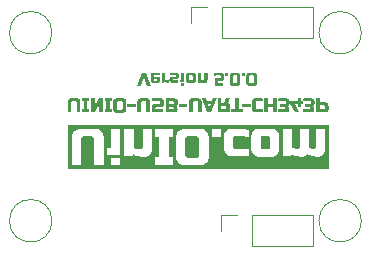
<source format=gbo>
%TF.GenerationSoftware,KiCad,Pcbnew,8.0.7-5-g6f92c4cccf*%
%TF.CreationDate,2025-01-08T11:04:30+08:00*%
%TF.ProjectId,UINIO-USB-UART-CH343,55494e49-4f2d-4555-9342-2d554152542d,Version 5.0.0*%
%TF.SameCoordinates,PX8be9df0PY5020b20*%
%TF.FileFunction,Legend,Bot*%
%TF.FilePolarity,Positive*%
%FSLAX46Y46*%
G04 Gerber Fmt 4.6, Leading zero omitted, Abs format (unit mm)*
G04 Created by KiCad (PCBNEW 8.0.7-5-g6f92c4cccf) date 2025-01-08 11:04:30*
%MOMM*%
%LPD*%
G01*
G04 APERTURE LIST*
%ADD10C,0.160000*%
%ADD11C,0.125000*%
%ADD12C,0.100000*%
%ADD13C,0.120000*%
%ADD14R,1.700000X1.700000*%
%ADD15O,1.700000X1.700000*%
%ADD16C,2.200000*%
%ADD17C,0.650000*%
%ADD18O,2.100000X1.000000*%
%ADD19O,1.900000X1.000000*%
G04 APERTURE END LIST*
D10*
G36*
X13841449Y-10993559D02*
G01*
X13918965Y-11131299D01*
X13922560Y-11185052D01*
X13922560Y-12536203D01*
X13884589Y-12684695D01*
X13758766Y-12759948D01*
X13692484Y-12765547D01*
X12975142Y-12765547D01*
X12826177Y-12727697D01*
X12748661Y-12589956D01*
X12745066Y-12536203D01*
X12745066Y-11185052D01*
X12783037Y-11036561D01*
X12908861Y-10961307D01*
X12975142Y-10955708D01*
X13692484Y-10955708D01*
X13841449Y-10993559D01*
G37*
G36*
X19890388Y-11003032D02*
G01*
X19904556Y-11079539D01*
X19904556Y-11923642D01*
X19835983Y-12055216D01*
X19759476Y-12069455D01*
X19253161Y-12069455D01*
X19121587Y-12000536D01*
X19107348Y-11923642D01*
X19107348Y-11079539D01*
X19176267Y-10948627D01*
X19253161Y-10934459D01*
X19759476Y-10934459D01*
X19890388Y-11003032D01*
G37*
G36*
X24912697Y-13737087D02*
G01*
X2794671Y-13737087D01*
X2794671Y-13403754D01*
X6423084Y-13403754D01*
X7208569Y-13403754D01*
X7208569Y-12765547D01*
X6423084Y-12765547D01*
X6423084Y-13403754D01*
X2794671Y-13403754D01*
X2794671Y-11185052D01*
X3128004Y-11185052D01*
X3128004Y-13361256D01*
X3934005Y-13361256D01*
X3934005Y-11185052D01*
X3971977Y-11036561D01*
X4097800Y-10961307D01*
X4164082Y-10955708D01*
X4797159Y-10955708D01*
X4946125Y-10993559D01*
X5023641Y-11131299D01*
X5027236Y-11185052D01*
X5027236Y-13361256D01*
X5833237Y-13361256D01*
X5833237Y-12643914D01*
X7575666Y-12643914D01*
X8272491Y-12643914D01*
X8311325Y-12448276D01*
X8446033Y-12525796D01*
X8591869Y-12589097D01*
X8695275Y-12623398D01*
X8845473Y-12661351D01*
X8997523Y-12683490D01*
X9055045Y-12685680D01*
X9244821Y-12685680D01*
X9402473Y-12671422D01*
X9555888Y-12622134D01*
X9686405Y-12537642D01*
X9721095Y-12505429D01*
X9816149Y-12381781D01*
X9875998Y-12235235D01*
X9899762Y-12083766D01*
X9901346Y-12029155D01*
X9901346Y-10997473D01*
X10135087Y-10997473D01*
X10514640Y-10997473D01*
X10514640Y-12723782D01*
X10135087Y-12723782D01*
X10135087Y-13361256D01*
X11700928Y-13361256D01*
X11700928Y-12723782D01*
X11321374Y-12723782D01*
X11321374Y-11185052D01*
X11938332Y-11185052D01*
X11938332Y-12536203D01*
X11945622Y-12697134D01*
X11972554Y-12863139D01*
X12019332Y-13005722D01*
X12097093Y-13139994D01*
X12145694Y-13195659D01*
X12264991Y-13286700D01*
X12414788Y-13351730D01*
X12570880Y-13387293D01*
X12723259Y-13401925D01*
X12805882Y-13403754D01*
X13861011Y-13403754D01*
X14022191Y-13396438D01*
X14188421Y-13369410D01*
X14331160Y-13322467D01*
X14465524Y-13244431D01*
X14521200Y-13195659D01*
X14611921Y-13076682D01*
X14676721Y-12927114D01*
X14712159Y-12771147D01*
X14726739Y-12618820D01*
X14728562Y-12536203D01*
X14728562Y-11185052D01*
X14721991Y-11039972D01*
X14962302Y-11039972D01*
X15769036Y-11039972D01*
X15769036Y-10974026D01*
X16012302Y-10974026D01*
X16012302Y-11944891D01*
X16023934Y-12099176D01*
X16064828Y-12251837D01*
X16135166Y-12382356D01*
X16198415Y-12457069D01*
X16314528Y-12547390D01*
X16452666Y-12608151D01*
X16612829Y-12639353D01*
X16711325Y-12643914D01*
X18085191Y-12643914D01*
X18085191Y-12026957D01*
X16943600Y-12026957D01*
X16812027Y-11958384D01*
X16797787Y-11881877D01*
X16797787Y-11059023D01*
X16814508Y-11016524D01*
X18321863Y-11016524D01*
X18321863Y-11079539D01*
X18321863Y-11987390D01*
X18333495Y-12141675D01*
X18374389Y-12294335D01*
X18444726Y-12424854D01*
X18507976Y-12499567D01*
X18624089Y-12589534D01*
X18762227Y-12650057D01*
X18922389Y-12681136D01*
X19020886Y-12685680D01*
X19991751Y-12685680D01*
X20146036Y-12674048D01*
X20258528Y-12643914D01*
X21008045Y-12643914D01*
X21704870Y-12643914D01*
X21743705Y-12448276D01*
X21878412Y-12525796D01*
X22024248Y-12589097D01*
X22127655Y-12623398D01*
X22277853Y-12661351D01*
X22429902Y-12683490D01*
X22487424Y-12685680D01*
X22529923Y-12685680D01*
X22676162Y-12674004D01*
X22823028Y-12632067D01*
X22962416Y-12548431D01*
X23063349Y-12441681D01*
X23192152Y-12517370D01*
X23332730Y-12579205D01*
X23470746Y-12623398D01*
X23622619Y-12658857D01*
X23775067Y-12680753D01*
X23880341Y-12685680D01*
X23922840Y-12685680D01*
X24080194Y-12671422D01*
X24233552Y-12622134D01*
X24364299Y-12537642D01*
X24399113Y-12505429D01*
X24494167Y-12381781D01*
X24554017Y-12235235D01*
X24577780Y-12083766D01*
X24579364Y-12029155D01*
X24579364Y-10360000D01*
X23793879Y-10360000D01*
X23793879Y-11903126D01*
X23757976Y-11991786D01*
X23669316Y-12026957D01*
X23648066Y-12026957D01*
X23495567Y-12015932D01*
X23349594Y-11989900D01*
X23203535Y-11953379D01*
X23186447Y-11948555D01*
X23186447Y-10360000D01*
X22400962Y-10360000D01*
X22400962Y-11903126D01*
X22365791Y-11991786D01*
X22276399Y-12026957D01*
X22255149Y-12026957D01*
X22102650Y-12015932D01*
X21956677Y-11989900D01*
X21810618Y-11953379D01*
X21793530Y-11948555D01*
X21793530Y-10360000D01*
X21008045Y-10360000D01*
X21008045Y-12643914D01*
X20258528Y-12643914D01*
X20298696Y-12633154D01*
X20429216Y-12562816D01*
X20503928Y-12499567D01*
X20593895Y-12383808D01*
X20654418Y-12245908D01*
X20685497Y-12085868D01*
X20690041Y-11987390D01*
X20690041Y-11016524D01*
X20678409Y-10862193D01*
X20637515Y-10709372D01*
X20567178Y-10578576D01*
X20503928Y-10503614D01*
X20388169Y-10413648D01*
X20250270Y-10353124D01*
X20090229Y-10322045D01*
X19991751Y-10317501D01*
X19020886Y-10317501D01*
X18866555Y-10329133D01*
X18713734Y-10370027D01*
X18582937Y-10440365D01*
X18507976Y-10503614D01*
X18418009Y-10619727D01*
X18357486Y-10757865D01*
X18326406Y-10918028D01*
X18321863Y-11016524D01*
X16814508Y-11016524D01*
X16832958Y-10969630D01*
X16922351Y-10934459D01*
X17078654Y-10936751D01*
X17230670Y-10942164D01*
X17402471Y-10950762D01*
X17554158Y-10959932D01*
X17718506Y-10971141D01*
X17895518Y-10984387D01*
X18085191Y-10999672D01*
X18085191Y-10404696D01*
X17934914Y-10389113D01*
X17788256Y-10375063D01*
X17598342Y-10358714D01*
X17414862Y-10345090D01*
X17237816Y-10334191D01*
X17067205Y-10326016D01*
X16903028Y-10320567D01*
X16745286Y-10317842D01*
X16668827Y-10317501D01*
X16511472Y-10331759D01*
X16358114Y-10381047D01*
X16227368Y-10465540D01*
X16192553Y-10497752D01*
X16097499Y-10621715D01*
X16037650Y-10768290D01*
X16013886Y-10919539D01*
X16012302Y-10974026D01*
X15769036Y-10974026D01*
X15769036Y-10360000D01*
X14962302Y-10360000D01*
X14962302Y-11039972D01*
X14721991Y-11039972D01*
X14721272Y-11024095D01*
X14694339Y-10857995D01*
X14647561Y-10715247D01*
X14569800Y-10580700D01*
X14521200Y-10524863D01*
X14402177Y-10434142D01*
X14252471Y-10369342D01*
X14096309Y-10333904D01*
X13943759Y-10319324D01*
X13861011Y-10317501D01*
X12805882Y-10317501D01*
X12644925Y-10324791D01*
X12478825Y-10351724D01*
X12336077Y-10398502D01*
X12201530Y-10476263D01*
X12145694Y-10524863D01*
X12054973Y-10644161D01*
X11990172Y-10793958D01*
X11954734Y-10950050D01*
X11940154Y-11102429D01*
X11938332Y-11185052D01*
X11321374Y-11185052D01*
X11321374Y-10997473D01*
X11700928Y-10997473D01*
X11700928Y-10360000D01*
X10135087Y-10360000D01*
X10135087Y-10997473D01*
X9901346Y-10997473D01*
X9901346Y-10360000D01*
X9115861Y-10360000D01*
X9115861Y-11903126D01*
X9080690Y-11991786D01*
X8992030Y-12026957D01*
X8844019Y-12026957D01*
X8687785Y-12017693D01*
X8536889Y-11993192D01*
X8393863Y-11958049D01*
X8361151Y-11948555D01*
X8361151Y-10360000D01*
X7575666Y-10360000D01*
X7575666Y-12643914D01*
X5833237Y-12643914D01*
X5833237Y-11942693D01*
X6106545Y-11942693D01*
X6106545Y-12559651D01*
X7208569Y-12559651D01*
X7208569Y-10360000D01*
X6423084Y-10360000D01*
X6423084Y-11942693D01*
X6106545Y-11942693D01*
X5833237Y-11942693D01*
X5833237Y-11185052D01*
X5825947Y-11024095D01*
X5799014Y-10857995D01*
X5752237Y-10715247D01*
X5674476Y-10580700D01*
X5625875Y-10524863D01*
X5506853Y-10434142D01*
X5357147Y-10369342D01*
X5200985Y-10333904D01*
X5048434Y-10319324D01*
X4965687Y-10317501D01*
X3995554Y-10317501D01*
X3834374Y-10324791D01*
X3668144Y-10351724D01*
X3525406Y-10398502D01*
X3391042Y-10476263D01*
X3335366Y-10524863D01*
X3244645Y-10644161D01*
X3179844Y-10793958D01*
X3144406Y-10950050D01*
X3129826Y-11102429D01*
X3128004Y-11185052D01*
X2794671Y-11185052D01*
X2794671Y-9984168D01*
X24912697Y-9984168D01*
X24912697Y-13737087D01*
G37*
G36*
X3522211Y-8944502D02*
G01*
X3844612Y-8944502D01*
X3844612Y-8074020D01*
X3841696Y-8009638D01*
X3830922Y-7943198D01*
X3812211Y-7886098D01*
X3781107Y-7832280D01*
X3761667Y-7809945D01*
X3714058Y-7773657D01*
X3654175Y-7747736D01*
X3591711Y-7733561D01*
X3530690Y-7727729D01*
X3497591Y-7727000D01*
X3109538Y-7727000D01*
X3045066Y-7729916D01*
X2978574Y-7740689D01*
X2921479Y-7759401D01*
X2867733Y-7790505D01*
X2845463Y-7809945D01*
X2809175Y-7857664D01*
X2783254Y-7917583D01*
X2769079Y-7980020D01*
X2763247Y-8040971D01*
X2762518Y-8074020D01*
X2762518Y-8944502D01*
X3084919Y-8944502D01*
X3084919Y-8074020D01*
X3100107Y-8014624D01*
X3150437Y-7984523D01*
X3176949Y-7982283D01*
X3430180Y-7982283D01*
X3489767Y-7997423D01*
X3520773Y-8052519D01*
X3522211Y-8074020D01*
X3522211Y-8944502D01*
G37*
G36*
X4597270Y-7744000D02*
G01*
X3970934Y-7744000D01*
X3970934Y-7998989D01*
X4122755Y-7998989D01*
X4122755Y-8689512D01*
X3970934Y-8689512D01*
X3970934Y-8944502D01*
X4597270Y-8944502D01*
X4597270Y-8689512D01*
X4445449Y-8689512D01*
X4445449Y-7998989D01*
X4597270Y-7998989D01*
X4597270Y-7744000D01*
G37*
G36*
X5774619Y-7744000D02*
G01*
X5439029Y-7744000D01*
X5048631Y-8427196D01*
X5048631Y-7744000D01*
X4726231Y-7744000D01*
X4726231Y-8944502D01*
X5061820Y-8944502D01*
X5451925Y-8261599D01*
X5451925Y-8944502D01*
X5774619Y-8944502D01*
X5774619Y-7744000D01*
G37*
G36*
X6528157Y-7744000D02*
G01*
X5901820Y-7744000D01*
X5901820Y-7998989D01*
X6053642Y-7998989D01*
X6053642Y-8689512D01*
X5901820Y-8689512D01*
X5901820Y-8944502D01*
X6528157Y-8944502D01*
X6528157Y-8689512D01*
X6376335Y-8689512D01*
X6376335Y-7998989D01*
X6528157Y-7998989D01*
X6528157Y-7744000D01*
G37*
G36*
X7425289Y-7727729D02*
G01*
X7486309Y-7733561D01*
X7548774Y-7747736D01*
X7608656Y-7773657D01*
X7656266Y-7809945D01*
X7675706Y-7832280D01*
X7706810Y-7886098D01*
X7725521Y-7943198D01*
X7736294Y-8009638D01*
X7739210Y-8074020D01*
X7739210Y-8614481D01*
X7738481Y-8647528D01*
X7732649Y-8708459D01*
X7718474Y-8770845D01*
X7692554Y-8830673D01*
X7656266Y-8878263D01*
X7633995Y-8897772D01*
X7580250Y-8928986D01*
X7523154Y-8947764D01*
X7456662Y-8958575D01*
X7392190Y-8961501D01*
X6970139Y-8961501D01*
X6937089Y-8960770D01*
X6876138Y-8954917D01*
X6813701Y-8940692D01*
X6753782Y-8914680D01*
X6706063Y-8878263D01*
X6686623Y-8855997D01*
X6655519Y-8802288D01*
X6636807Y-8745255D01*
X6626034Y-8678853D01*
X6623118Y-8614481D01*
X6623118Y-8074020D01*
X6945812Y-8074020D01*
X6945812Y-8614481D01*
X6947250Y-8635982D01*
X6978256Y-8691078D01*
X7037843Y-8706219D01*
X7324779Y-8706219D01*
X7351292Y-8703979D01*
X7401621Y-8673878D01*
X7416810Y-8614481D01*
X7416810Y-8074020D01*
X7415372Y-8052519D01*
X7384365Y-7997423D01*
X7324779Y-7982283D01*
X7037843Y-7982283D01*
X7011330Y-7984523D01*
X6961001Y-8014624D01*
X6945812Y-8074020D01*
X6623118Y-8074020D01*
X6623847Y-8040971D01*
X6629679Y-7980020D01*
X6643854Y-7917583D01*
X6669775Y-7857664D01*
X6706063Y-7809945D01*
X6728398Y-7790505D01*
X6782217Y-7759401D01*
X6839316Y-7740689D01*
X6905756Y-7729916D01*
X6970139Y-7727000D01*
X7392190Y-7727000D01*
X7425289Y-7727729D01*
G37*
G36*
X7832707Y-8216756D02*
G01*
X7832707Y-8471745D01*
X8543453Y-8471745D01*
X8543453Y-8216756D01*
X7832707Y-8216756D01*
G37*
G36*
X9432106Y-8944502D02*
G01*
X9754507Y-8944502D01*
X9754507Y-8074020D01*
X9751591Y-8009638D01*
X9740818Y-7943198D01*
X9722107Y-7886098D01*
X9691002Y-7832280D01*
X9671562Y-7809945D01*
X9623953Y-7773657D01*
X9564071Y-7747736D01*
X9501606Y-7733561D01*
X9440586Y-7727729D01*
X9407487Y-7727000D01*
X9019434Y-7727000D01*
X8954962Y-7729916D01*
X8888470Y-7740689D01*
X8831374Y-7759401D01*
X8777629Y-7790505D01*
X8755358Y-7809945D01*
X8719070Y-7857664D01*
X8693150Y-7917583D01*
X8678975Y-7980020D01*
X8673142Y-8040971D01*
X8672413Y-8074020D01*
X8672413Y-8944502D01*
X8994814Y-8944502D01*
X8994814Y-8074020D01*
X9010003Y-8014624D01*
X9060332Y-7984523D01*
X9086845Y-7982283D01*
X9340076Y-7982283D01*
X9399662Y-7997423D01*
X9430668Y-8052519D01*
X9432106Y-8074020D01*
X9432106Y-8944502D01*
G37*
G36*
X9896070Y-8008075D02*
G01*
X9981890Y-8003466D01*
X10062284Y-7999310D01*
X10137253Y-7995607D01*
X10206797Y-7992358D01*
X10270917Y-7989562D01*
X10329611Y-7987220D01*
X10399431Y-7984802D01*
X10459606Y-7983190D01*
X10521262Y-7982308D01*
X10531785Y-7982283D01*
X10586593Y-8002213D01*
X10606817Y-8057314D01*
X10606817Y-8199757D01*
X10227850Y-8199757D01*
X10163378Y-8202673D01*
X10096886Y-8213446D01*
X10039790Y-8232157D01*
X9986045Y-8263261D01*
X9963774Y-8282702D01*
X9927486Y-8330311D01*
X9901566Y-8390193D01*
X9887390Y-8452658D01*
X9881558Y-8513678D01*
X9880829Y-8546777D01*
X9880829Y-8597482D01*
X9883745Y-8661954D01*
X9894519Y-8728446D01*
X9913230Y-8785541D01*
X9944334Y-8839287D01*
X9963774Y-8861557D01*
X10011383Y-8897845D01*
X10071266Y-8923766D01*
X10133730Y-8937941D01*
X10194751Y-8943773D01*
X10227850Y-8944502D01*
X10829859Y-8944502D01*
X10829859Y-8689512D01*
X10295261Y-8689512D01*
X10235864Y-8674324D01*
X10205763Y-8623994D01*
X10203523Y-8597482D01*
X10203523Y-8563776D01*
X10218663Y-8504190D01*
X10273760Y-8473183D01*
X10295261Y-8471745D01*
X10599196Y-8471745D01*
X10659492Y-8468912D01*
X10721945Y-8458443D01*
X10782912Y-8437034D01*
X10832779Y-8405549D01*
X10848617Y-8391145D01*
X10887579Y-8338948D01*
X10911507Y-8280755D01*
X10924180Y-8220731D01*
X10929139Y-8152207D01*
X10929217Y-8141725D01*
X10929217Y-8057314D01*
X10926384Y-7996909D01*
X10915915Y-7934328D01*
X10894506Y-7873214D01*
X10863021Y-7823200D01*
X10848617Y-7807307D01*
X10796420Y-7768487D01*
X10738227Y-7744646D01*
X10678203Y-7732019D01*
X10609679Y-7727079D01*
X10599196Y-7727000D01*
X10538611Y-7727416D01*
X10475740Y-7728663D01*
X10416600Y-7730517D01*
X10261262Y-7737258D01*
X10195825Y-7740714D01*
X10128986Y-7744705D01*
X10060746Y-7749232D01*
X9991105Y-7754294D01*
X9932000Y-7758923D01*
X9896070Y-7761878D01*
X9896070Y-8008075D01*
G37*
G36*
X11802579Y-7744078D02*
G01*
X11871213Y-7749019D01*
X11931320Y-7761645D01*
X11989572Y-7785486D01*
X12041792Y-7824307D01*
X12056197Y-7840197D01*
X12087681Y-7890178D01*
X12109090Y-7951224D01*
X12119559Y-8013715D01*
X12122393Y-8074020D01*
X12122375Y-8078437D01*
X12117996Y-8140625D01*
X12104807Y-8198584D01*
X12079694Y-8258442D01*
X12043507Y-8312976D01*
X11999332Y-8352708D01*
X11940090Y-8379715D01*
X11987169Y-8413522D01*
X12025965Y-8461487D01*
X12051997Y-8511160D01*
X12067223Y-8569907D01*
X12071688Y-8631187D01*
X12067831Y-8696345D01*
X12053978Y-8761434D01*
X12030050Y-8816521D01*
X11991088Y-8866540D01*
X11980702Y-8875980D01*
X11925383Y-8910926D01*
X11864415Y-8931635D01*
X11801962Y-8941761D01*
X11741667Y-8944502D01*
X11057005Y-8944502D01*
X11057005Y-8689512D01*
X11379406Y-8689512D01*
X11657256Y-8689512D01*
X11678757Y-8688074D01*
X11733854Y-8657068D01*
X11748994Y-8597482D01*
X11748994Y-8563776D01*
X11746754Y-8537263D01*
X11716653Y-8486934D01*
X11657256Y-8471745D01*
X11379406Y-8471745D01*
X11379406Y-8689512D01*
X11057005Y-8689512D01*
X11057005Y-8216756D01*
X11379406Y-8216756D01*
X11707668Y-8216756D01*
X11734181Y-8214509D01*
X11784510Y-8184312D01*
X11799699Y-8124725D01*
X11799699Y-8091020D01*
X11797452Y-8064507D01*
X11767254Y-8014178D01*
X11707668Y-7998989D01*
X11379406Y-7998989D01*
X11379406Y-8216756D01*
X11057005Y-8216756D01*
X11057005Y-7744000D01*
X11792078Y-7744000D01*
X11802579Y-7744078D01*
G37*
G36*
X12198596Y-8216756D02*
G01*
X12198596Y-8471745D01*
X12909343Y-8471745D01*
X12909343Y-8216756D01*
X12198596Y-8216756D01*
G37*
G36*
X13797996Y-8944502D02*
G01*
X14120397Y-8944502D01*
X14120397Y-8074020D01*
X14117481Y-8009638D01*
X14106708Y-7943198D01*
X14087996Y-7886098D01*
X14056892Y-7832280D01*
X14037452Y-7809945D01*
X13989843Y-7773657D01*
X13929961Y-7747736D01*
X13867496Y-7733561D01*
X13806475Y-7727729D01*
X13773376Y-7727000D01*
X13385323Y-7727000D01*
X13320851Y-7729916D01*
X13254359Y-7740689D01*
X13197264Y-7759401D01*
X13143518Y-7790505D01*
X13121248Y-7809945D01*
X13084960Y-7857664D01*
X13059039Y-7917583D01*
X13044864Y-7980020D01*
X13039032Y-8040971D01*
X13038303Y-8074020D01*
X13038303Y-8944502D01*
X13360704Y-8944502D01*
X13360704Y-8074020D01*
X13375892Y-8014624D01*
X13426222Y-7984523D01*
X13452734Y-7982283D01*
X13705965Y-7982283D01*
X13765552Y-7997423D01*
X13796558Y-8052519D01*
X13797996Y-8074020D01*
X13797996Y-8944502D01*
G37*
G36*
X14567361Y-7955025D02*
G01*
X14976517Y-7955025D01*
X15052427Y-7744000D01*
X15401499Y-7744000D01*
X14947208Y-8944502D01*
X14596670Y-8944502D01*
X14312221Y-8193309D01*
X14650013Y-8193309D01*
X14771939Y-8551466D01*
X14893865Y-8193309D01*
X14650013Y-8193309D01*
X14312221Y-8193309D01*
X14142085Y-7744000D01*
X14491450Y-7744000D01*
X14567361Y-7955025D01*
G37*
G36*
X15779294Y-8098640D02*
G01*
X16000871Y-8098640D01*
X16194898Y-7744000D01*
X16545728Y-7744000D01*
X16332944Y-8118570D01*
X16386788Y-8138778D01*
X16435834Y-8173832D01*
X16474214Y-8222325D01*
X16495243Y-8266508D01*
X16511719Y-8325499D01*
X16519981Y-8386187D01*
X16522281Y-8445660D01*
X16522281Y-8597482D01*
X16521552Y-8630581D01*
X16515720Y-8691601D01*
X16501545Y-8754066D01*
X16475624Y-8813948D01*
X16439336Y-8861557D01*
X16417066Y-8880997D01*
X16363320Y-8912102D01*
X16306225Y-8930813D01*
X16239733Y-8941586D01*
X16175261Y-8944502D01*
X15456894Y-8944502D01*
X15456894Y-8689512D01*
X15779294Y-8689512D01*
X16107557Y-8689512D01*
X16134069Y-8687266D01*
X16184399Y-8657068D01*
X16199587Y-8597482D01*
X16199587Y-8445660D01*
X16197340Y-8419148D01*
X16167143Y-8368818D01*
X16107557Y-8353630D01*
X15779294Y-8353630D01*
X15779294Y-8689512D01*
X15456894Y-8689512D01*
X15456894Y-7744000D01*
X15779294Y-7744000D01*
X15779294Y-8098640D01*
G37*
G36*
X17258233Y-7744000D02*
G01*
X16935540Y-7744000D01*
X16935540Y-8689512D01*
X16581192Y-8689512D01*
X16581192Y-8944502D01*
X17612874Y-8944502D01*
X17612874Y-8689512D01*
X17258233Y-8689512D01*
X17258233Y-7744000D01*
G37*
G36*
X17555135Y-8216756D02*
G01*
X17555135Y-8471745D01*
X18265882Y-8471745D01*
X18265882Y-8216756D01*
X17555135Y-8216756D01*
G37*
G36*
X19325114Y-7761878D02*
G01*
X19254052Y-7755645D01*
X19185395Y-7750025D01*
X19119145Y-7745018D01*
X19055301Y-7740624D01*
X18993862Y-7736844D01*
X18934830Y-7733676D01*
X18859862Y-7730406D01*
X18789172Y-7728226D01*
X18722760Y-7727136D01*
X18691157Y-7727000D01*
X18630752Y-7729823D01*
X18568171Y-7740254D01*
X18507057Y-7761586D01*
X18457043Y-7792955D01*
X18441150Y-7807307D01*
X18402330Y-7859670D01*
X18378489Y-7918009D01*
X18365863Y-7978161D01*
X18360922Y-8046813D01*
X18360843Y-8057314D01*
X18360843Y-8597482D01*
X18363759Y-8661954D01*
X18374532Y-8728446D01*
X18393244Y-8785541D01*
X18424348Y-8839287D01*
X18443788Y-8861557D01*
X18491507Y-8897845D01*
X18551426Y-8923766D01*
X18613863Y-8937941D01*
X18674814Y-8943773D01*
X18707864Y-8944502D01*
X19325114Y-8944502D01*
X19325114Y-8689512D01*
X18775568Y-8689512D01*
X18715981Y-8674324D01*
X18685784Y-8623994D01*
X18683537Y-8597482D01*
X18683537Y-8057314D01*
X18703467Y-8002213D01*
X18757103Y-7982283D01*
X18817292Y-7982863D01*
X18832721Y-7983162D01*
X18892276Y-7984648D01*
X18920355Y-7985507D01*
X18980492Y-7987815D01*
X19012092Y-7989024D01*
X19072814Y-7992022D01*
X19131967Y-7995765D01*
X19193612Y-7999832D01*
X19254869Y-8003724D01*
X19317685Y-8007619D01*
X19325114Y-8008075D01*
X19325114Y-7761878D01*
G37*
G36*
X20484291Y-7744000D02*
G01*
X20161597Y-7744000D01*
X20161597Y-8225256D01*
X19758303Y-8225256D01*
X19758303Y-7744000D01*
X19435903Y-7744000D01*
X19435903Y-8944502D01*
X19758303Y-8944502D01*
X19758303Y-8480245D01*
X20161597Y-8480245D01*
X20161597Y-8944502D01*
X20484291Y-8944502D01*
X20484291Y-7744000D01*
G37*
G36*
X21228450Y-7727000D02*
G01*
X21156739Y-7727545D01*
X21082875Y-7729180D01*
X21006859Y-7731905D01*
X20928690Y-7735720D01*
X20868652Y-7739296D01*
X20807402Y-7743485D01*
X20744942Y-7748288D01*
X20681271Y-7753704D01*
X20616389Y-7759732D01*
X20594493Y-7761878D01*
X20594493Y-8008075D01*
X20664515Y-8003466D01*
X20731038Y-7999310D01*
X20794063Y-7995607D01*
X20853590Y-7992358D01*
X20927518Y-7988731D01*
X20995227Y-7985910D01*
X21056716Y-7983895D01*
X21124833Y-7982510D01*
X21161039Y-7982283D01*
X21215847Y-8002213D01*
X21236070Y-8057314D01*
X21236070Y-8124725D01*
X21220881Y-8184312D01*
X21170552Y-8214509D01*
X21144039Y-8216756D01*
X20780313Y-8216756D01*
X20780313Y-8471745D01*
X21110334Y-8471745D01*
X21169920Y-8486934D01*
X21200118Y-8537263D01*
X21202365Y-8563776D01*
X21202365Y-8597482D01*
X21187176Y-8657068D01*
X21136847Y-8687266D01*
X21110334Y-8689512D01*
X20611492Y-8689512D01*
X20611492Y-8944502D01*
X21194744Y-8944502D01*
X21255139Y-8941761D01*
X21317682Y-8931635D01*
X21378719Y-8910926D01*
X21434072Y-8875980D01*
X21444458Y-8866540D01*
X21483420Y-8816521D01*
X21507348Y-8761434D01*
X21521201Y-8696345D01*
X21525058Y-8631187D01*
X21520336Y-8569878D01*
X21504231Y-8511034D01*
X21476698Y-8461194D01*
X21437402Y-8415930D01*
X21388373Y-8382398D01*
X21379099Y-8378836D01*
X21437066Y-8352254D01*
X21480458Y-8312783D01*
X21516192Y-8258400D01*
X21541178Y-8198584D01*
X21554367Y-8140625D01*
X21558747Y-8078437D01*
X21558764Y-8074020D01*
X21558764Y-8057314D01*
X21555930Y-7996909D01*
X21545462Y-7934328D01*
X21524052Y-7873214D01*
X21492568Y-7823200D01*
X21478164Y-7807307D01*
X21425943Y-7768487D01*
X21367691Y-7744646D01*
X21307584Y-7732019D01*
X21238951Y-7727079D01*
X21228450Y-7727000D01*
G37*
G36*
X22243718Y-7980231D02*
G01*
X21619141Y-7980231D01*
X21619141Y-8228773D01*
X22028296Y-8944502D01*
X22387626Y-8944502D01*
X21982281Y-8235514D01*
X22243718Y-8235514D01*
X22243718Y-8488745D01*
X22566412Y-8488745D01*
X22566412Y-8235514D01*
X22684528Y-8235514D01*
X22684528Y-7980231D01*
X22566412Y-7980231D01*
X22566412Y-7744000D01*
X22243718Y-7744000D01*
X22243718Y-7980231D01*
G37*
G36*
X23344570Y-7727000D02*
G01*
X23272859Y-7727545D01*
X23198995Y-7729180D01*
X23122979Y-7731905D01*
X23044811Y-7735720D01*
X22984772Y-7739296D01*
X22923522Y-7743485D01*
X22861062Y-7748288D01*
X22797391Y-7753704D01*
X22732509Y-7759732D01*
X22710613Y-7761878D01*
X22710613Y-8008075D01*
X22780635Y-8003466D01*
X22847158Y-7999310D01*
X22910183Y-7995607D01*
X22969710Y-7992358D01*
X23043638Y-7988731D01*
X23111347Y-7985910D01*
X23172837Y-7983895D01*
X23240953Y-7982510D01*
X23277159Y-7982283D01*
X23331967Y-8002213D01*
X23352190Y-8057314D01*
X23352190Y-8124725D01*
X23337001Y-8184312D01*
X23286672Y-8214509D01*
X23260159Y-8216756D01*
X22896433Y-8216756D01*
X22896433Y-8471745D01*
X23226454Y-8471745D01*
X23286040Y-8486934D01*
X23316238Y-8537263D01*
X23318485Y-8563776D01*
X23318485Y-8597482D01*
X23303296Y-8657068D01*
X23252967Y-8687266D01*
X23226454Y-8689512D01*
X22727612Y-8689512D01*
X22727612Y-8944502D01*
X23310864Y-8944502D01*
X23371259Y-8941761D01*
X23433802Y-8931635D01*
X23494839Y-8910926D01*
X23550192Y-8875980D01*
X23560578Y-8866540D01*
X23599540Y-8816521D01*
X23623468Y-8761434D01*
X23637321Y-8696345D01*
X23641178Y-8631187D01*
X23636456Y-8569878D01*
X23620351Y-8511034D01*
X23592818Y-8461194D01*
X23553522Y-8415930D01*
X23504493Y-8382398D01*
X23495219Y-8378836D01*
X23553186Y-8352254D01*
X23596578Y-8312783D01*
X23632312Y-8258400D01*
X23657298Y-8198584D01*
X23670487Y-8140625D01*
X23674867Y-8078437D01*
X23674884Y-8074020D01*
X23674884Y-8057314D01*
X23672050Y-7996909D01*
X23661582Y-7934328D01*
X23640172Y-7873214D01*
X23608688Y-7823200D01*
X23594284Y-7807307D01*
X23542063Y-7768487D01*
X23483811Y-7744646D01*
X23423704Y-7732019D01*
X23355071Y-7727079D01*
X23344570Y-7727000D01*
G37*
G36*
X24125365Y-8081641D02*
G01*
X24521332Y-8081641D01*
X24554431Y-8082370D01*
X24615451Y-8088202D01*
X24677916Y-8102377D01*
X24737798Y-8128297D01*
X24785407Y-8164586D01*
X24804847Y-8186856D01*
X24835952Y-8240602D01*
X24854663Y-8297697D01*
X24865436Y-8364189D01*
X24868352Y-8428661D01*
X24868352Y-8597482D01*
X24867623Y-8630581D01*
X24861791Y-8691601D01*
X24847616Y-8754066D01*
X24821696Y-8813948D01*
X24785407Y-8861557D01*
X24763137Y-8880997D01*
X24709391Y-8912102D01*
X24652296Y-8930813D01*
X24585804Y-8941586D01*
X24521332Y-8944502D01*
X23802965Y-8944502D01*
X23802965Y-8689512D01*
X24125365Y-8689512D01*
X24453628Y-8689512D01*
X24480140Y-8687266D01*
X24530470Y-8657068D01*
X24545658Y-8597482D01*
X24545658Y-8428661D01*
X24543412Y-8402148D01*
X24513214Y-8351819D01*
X24453628Y-8336630D01*
X24125365Y-8336630D01*
X24125365Y-8689512D01*
X23802965Y-8689512D01*
X23802965Y-7744000D01*
X24125365Y-7744000D01*
X24125365Y-8081641D01*
G37*
D11*
G36*
X9229424Y-5922087D02*
G01*
X9492449Y-6680265D01*
X9794162Y-6680265D01*
X9384176Y-5597000D01*
X9074672Y-5597000D01*
X8664417Y-6680265D01*
X8966399Y-6680265D01*
X9229424Y-5922087D01*
G37*
G36*
X10051258Y-5581539D02*
G01*
X10113773Y-5582512D01*
X10178018Y-5584460D01*
X10243993Y-5587382D01*
X10311697Y-5591278D01*
X10381131Y-5596147D01*
X10452294Y-5601991D01*
X10506801Y-5607013D01*
X10562281Y-5612582D01*
X10562281Y-5806023D01*
X10490623Y-5800544D01*
X10423414Y-5795796D01*
X10360655Y-5791779D01*
X10302346Y-5788492D01*
X10235717Y-5785410D01*
X10176041Y-5783470D01*
X10113607Y-5782648D01*
X10074919Y-5797963D01*
X10059337Y-5836919D01*
X10059337Y-5898713D01*
X10593447Y-5898713D01*
X10593447Y-6185112D01*
X10592868Y-6206430D01*
X10584190Y-6265057D01*
X10562335Y-6320827D01*
X10527623Y-6366731D01*
X10505827Y-6385694D01*
X10454875Y-6413977D01*
X10400628Y-6428440D01*
X10345736Y-6432554D01*
X10036231Y-6432554D01*
X10008000Y-6431526D01*
X9950221Y-6421691D01*
X9900390Y-6401442D01*
X9854344Y-6366731D01*
X9835381Y-6345012D01*
X9807097Y-6294175D01*
X9792634Y-6239987D01*
X9788520Y-6185112D01*
X9788520Y-6177321D01*
X10059337Y-6177321D01*
X10071216Y-6219562D01*
X10121399Y-6239114D01*
X10260568Y-6239114D01*
X10300751Y-6228916D01*
X10322630Y-6177321D01*
X10322630Y-6092153D01*
X10059337Y-6092153D01*
X10059337Y-6177321D01*
X9788520Y-6177321D01*
X9788520Y-5813545D01*
X9789077Y-5794212D01*
X9797436Y-5740577D01*
X9818489Y-5688659D01*
X9851926Y-5644822D01*
X9864228Y-5633491D01*
X9910489Y-5603770D01*
X9964831Y-5586432D01*
X10020648Y-5581417D01*
X10051258Y-5581539D01*
G37*
G36*
X11199291Y-6192903D02*
G01*
X11143944Y-6189227D01*
X11087619Y-6178197D01*
X11030317Y-6159814D01*
X10998060Y-6146424D01*
X10998060Y-5597000D01*
X10727243Y-5597000D01*
X10727243Y-6417240D01*
X10967163Y-6417240D01*
X10982477Y-6316490D01*
X11032874Y-6355934D01*
X11084121Y-6387217D01*
X11136218Y-6410339D01*
X11189166Y-6425300D01*
X11242963Y-6432101D01*
X11261085Y-6432554D01*
X11330669Y-6432554D01*
X11330669Y-6192903D01*
X11199291Y-6192903D01*
G37*
G36*
X11404553Y-5813545D02*
G01*
X11462273Y-5809416D01*
X11517654Y-5805693D01*
X11587860Y-5801361D01*
X11653911Y-5797751D01*
X11715805Y-5794862D01*
X11773543Y-5792696D01*
X11839872Y-5791004D01*
X11899706Y-5790440D01*
X11938394Y-5805754D01*
X11953977Y-5844711D01*
X11953977Y-5898713D01*
X11621099Y-5898713D01*
X11565281Y-5903728D01*
X11510939Y-5921066D01*
X11464678Y-5950787D01*
X11452376Y-5962118D01*
X11418939Y-6005955D01*
X11397887Y-6057873D01*
X11389527Y-6111508D01*
X11388970Y-6130841D01*
X11388970Y-6185112D01*
X11393986Y-6240908D01*
X11411323Y-6295176D01*
X11441044Y-6341312D01*
X11452376Y-6353566D01*
X11496212Y-6387144D01*
X11548130Y-6408286D01*
X11601766Y-6416681D01*
X11621099Y-6417240D01*
X12147418Y-6417240D01*
X12147418Y-6216009D01*
X11714057Y-6216009D01*
X11675101Y-6200426D01*
X11659787Y-6161738D01*
X11675101Y-6123050D01*
X11714057Y-6107736D01*
X11992665Y-6107736D01*
X12048461Y-6102699D01*
X12102730Y-6085288D01*
X12148865Y-6055441D01*
X12161120Y-6044062D01*
X12194698Y-6000366D01*
X12215839Y-5948538D01*
X12224234Y-5894938D01*
X12224794Y-5875607D01*
X12224794Y-5813545D01*
X12219757Y-5757728D01*
X12202346Y-5703386D01*
X12172499Y-5657125D01*
X12161120Y-5644822D01*
X12117424Y-5611386D01*
X12065596Y-5590333D01*
X12011996Y-5581974D01*
X11992665Y-5581417D01*
X11923530Y-5581904D01*
X11853143Y-5583365D01*
X11781505Y-5585799D01*
X11726956Y-5588265D01*
X11671704Y-5591278D01*
X11615747Y-5594839D01*
X11559087Y-5598947D01*
X11501723Y-5603604D01*
X11443655Y-5608808D01*
X11404553Y-5612582D01*
X11404553Y-5813545D01*
G37*
G36*
X12653855Y-6386344D02*
G01*
X12653855Y-5597000D01*
X12383039Y-5597000D01*
X12383039Y-6177321D01*
X12266974Y-6177321D01*
X12266974Y-6386344D01*
X12653855Y-6386344D01*
G37*
G36*
X12383039Y-6695848D02*
G01*
X12653855Y-6695848D01*
X12653855Y-6479034D01*
X12383039Y-6479034D01*
X12383039Y-6695848D01*
G37*
G36*
X13415082Y-5581995D02*
G01*
X13473710Y-5590673D01*
X13529479Y-5612529D01*
X13575383Y-5647240D01*
X13594346Y-5669037D01*
X13622630Y-5719989D01*
X13637093Y-5774236D01*
X13641207Y-5829128D01*
X13641207Y-6185112D01*
X13640628Y-6206430D01*
X13631950Y-6265057D01*
X13610095Y-6320827D01*
X13575383Y-6366731D01*
X13553664Y-6385694D01*
X13502827Y-6413977D01*
X13448640Y-6428440D01*
X13393764Y-6432554D01*
X13037780Y-6432554D01*
X13009549Y-6431526D01*
X12951770Y-6421691D01*
X12901939Y-6401442D01*
X12855893Y-6366731D01*
X12836930Y-6345012D01*
X12808646Y-6294175D01*
X12794183Y-6239987D01*
X12790069Y-6185112D01*
X12790069Y-5852233D01*
X13060886Y-5852233D01*
X13060886Y-6161738D01*
X13072765Y-6204163D01*
X13122948Y-6223800D01*
X13308597Y-6223800D01*
X13350838Y-6211921D01*
X13370390Y-6161738D01*
X13370390Y-5852233D01*
X13360192Y-5812224D01*
X13308597Y-5790440D01*
X13122948Y-5790440D01*
X13082765Y-5800638D01*
X13060886Y-5852233D01*
X12790069Y-5852233D01*
X12790069Y-5829128D01*
X12791098Y-5800897D01*
X12800933Y-5743117D01*
X12821181Y-5693286D01*
X12855893Y-5647240D01*
X12877689Y-5628277D01*
X12928641Y-5599994D01*
X12982888Y-5585531D01*
X13037780Y-5581417D01*
X13393764Y-5581417D01*
X13415082Y-5581995D01*
G37*
G36*
X14231468Y-6208217D02*
G01*
X14172561Y-6204566D01*
X14114546Y-6194911D01*
X14058698Y-6181062D01*
X14045819Y-6177321D01*
X14045819Y-5597000D01*
X13775003Y-5597000D01*
X13775003Y-6417240D01*
X14014923Y-6417240D01*
X14030237Y-6339864D01*
X14080737Y-6369726D01*
X14132127Y-6393557D01*
X14179616Y-6409986D01*
X14233681Y-6423739D01*
X14288257Y-6431761D01*
X14308845Y-6432554D01*
X14378429Y-6432554D01*
X14434355Y-6427539D01*
X14488718Y-6410201D01*
X14534895Y-6380480D01*
X14547152Y-6369149D01*
X14580589Y-6325427D01*
X14601641Y-6273520D01*
X14610000Y-6219805D01*
X14610558Y-6200426D01*
X14610558Y-5597000D01*
X14339741Y-5597000D01*
X14339741Y-6154215D01*
X14324159Y-6192635D01*
X14285739Y-6208217D01*
X14231468Y-6208217D01*
G37*
G36*
X15732512Y-5581417D02*
G01*
X15667028Y-5581904D01*
X15599807Y-5583365D01*
X15530848Y-5585799D01*
X15460150Y-5589208D01*
X15405987Y-5592404D01*
X15350846Y-5596147D01*
X15294727Y-5600439D01*
X15237631Y-5605278D01*
X15179557Y-5610665D01*
X15159982Y-5612582D01*
X15159982Y-5821337D01*
X15222586Y-5817207D01*
X15282145Y-5813484D01*
X15338657Y-5810167D01*
X15409268Y-5806377D01*
X15474464Y-5803308D01*
X15534245Y-5800961D01*
X15588610Y-5799337D01*
X15648951Y-5798321D01*
X15670718Y-5798231D01*
X15723082Y-5815221D01*
X15727138Y-5818919D01*
X15747910Y-5869037D01*
X15748094Y-5875607D01*
X15748094Y-5952983D01*
X15737110Y-6005755D01*
X15691357Y-6041238D01*
X15655136Y-6045674D01*
X15206461Y-6045674D01*
X15206461Y-6680265D01*
X15949326Y-6680265D01*
X15949326Y-6463720D01*
X15485069Y-6463720D01*
X15485069Y-6262488D01*
X15732512Y-6262488D01*
X15786602Y-6260061D01*
X15842545Y-6251092D01*
X15897034Y-6232752D01*
X15946291Y-6201802D01*
X15955505Y-6193441D01*
X15989922Y-6149057D01*
X16013075Y-6093282D01*
X16024199Y-6034142D01*
X16026702Y-5983880D01*
X16026702Y-5875607D01*
X16024199Y-5821517D01*
X16014952Y-5765574D01*
X15996040Y-5711085D01*
X15964127Y-5661828D01*
X15955505Y-5652614D01*
X15909082Y-5618197D01*
X15857111Y-5597061D01*
X15803373Y-5585867D01*
X15741920Y-5581486D01*
X15732512Y-5581417D01*
G37*
G36*
X16098705Y-5829128D02*
G01*
X16377313Y-5829128D01*
X16377313Y-5597000D01*
X16098705Y-5597000D01*
X16098705Y-5829128D01*
G37*
G36*
X17107370Y-5581704D02*
G01*
X17163097Y-5586018D01*
X17220186Y-5597592D01*
X17274977Y-5619446D01*
X17323290Y-5655032D01*
X17336446Y-5669614D01*
X17365201Y-5716118D01*
X17384755Y-5773705D01*
X17394317Y-5833185D01*
X17396905Y-5890921D01*
X17396905Y-6386344D01*
X17396617Y-6406282D01*
X17392304Y-6461940D01*
X17380729Y-6518995D01*
X17358875Y-6573812D01*
X17323290Y-6622233D01*
X17308753Y-6635389D01*
X17262324Y-6664145D01*
X17204746Y-6683699D01*
X17145218Y-6693260D01*
X17087400Y-6695848D01*
X16793210Y-6695848D01*
X16773272Y-6695561D01*
X16717613Y-6691247D01*
X16660558Y-6679673D01*
X16605741Y-6657819D01*
X16557320Y-6622233D01*
X16544164Y-6607651D01*
X16515408Y-6561147D01*
X16495854Y-6503560D01*
X16486293Y-6444080D01*
X16483705Y-6386344D01*
X16483705Y-5890921D01*
X16762313Y-5890921D01*
X16762313Y-6386344D01*
X16766761Y-6422460D01*
X16802347Y-6468081D01*
X16855272Y-6479034D01*
X17025338Y-6479034D01*
X17061559Y-6474598D01*
X17107312Y-6439115D01*
X17118297Y-6386344D01*
X17118297Y-5890921D01*
X17113849Y-5854805D01*
X17078263Y-5809184D01*
X17025338Y-5798231D01*
X16855272Y-5798231D01*
X16819050Y-5802667D01*
X16773297Y-5838150D01*
X16762313Y-5890921D01*
X16483705Y-5890921D01*
X16483993Y-5870983D01*
X16488306Y-5815325D01*
X16499880Y-5758270D01*
X16521735Y-5703453D01*
X16557320Y-5655032D01*
X16571902Y-5641876D01*
X16618406Y-5613120D01*
X16675994Y-5593566D01*
X16735473Y-5584005D01*
X16793210Y-5581417D01*
X17087400Y-5581417D01*
X17107370Y-5581704D01*
G37*
G36*
X17500073Y-5829128D02*
G01*
X17778681Y-5829128D01*
X17778681Y-5597000D01*
X17500073Y-5597000D01*
X17500073Y-5829128D01*
G37*
G36*
X18508737Y-5581704D02*
G01*
X18564465Y-5586018D01*
X18621553Y-5597592D01*
X18676345Y-5619446D01*
X18724658Y-5655032D01*
X18737813Y-5669614D01*
X18766569Y-5716118D01*
X18786123Y-5773705D01*
X18795684Y-5833185D01*
X18798272Y-5890921D01*
X18798272Y-6386344D01*
X18797985Y-6406282D01*
X18793671Y-6461940D01*
X18782097Y-6518995D01*
X18760243Y-6573812D01*
X18724658Y-6622233D01*
X18710121Y-6635389D01*
X18663692Y-6664145D01*
X18606113Y-6683699D01*
X18546586Y-6693260D01*
X18488768Y-6695848D01*
X18194577Y-6695848D01*
X18174639Y-6695561D01*
X18118981Y-6691247D01*
X18061926Y-6679673D01*
X18007109Y-6657819D01*
X17958688Y-6622233D01*
X17945532Y-6607651D01*
X17916776Y-6561147D01*
X17897222Y-6503560D01*
X17887661Y-6444080D01*
X17885073Y-6386344D01*
X17885073Y-5890921D01*
X18163681Y-5890921D01*
X18163681Y-6386344D01*
X18168129Y-6422460D01*
X18203715Y-6468081D01*
X18256639Y-6479034D01*
X18426706Y-6479034D01*
X18462927Y-6474598D01*
X18508680Y-6439115D01*
X18519665Y-6386344D01*
X18519665Y-5890921D01*
X18515216Y-5854805D01*
X18479631Y-5809184D01*
X18426706Y-5798231D01*
X18256639Y-5798231D01*
X18220418Y-5802667D01*
X18174665Y-5838150D01*
X18163681Y-5890921D01*
X17885073Y-5890921D01*
X17885360Y-5870983D01*
X17889674Y-5815325D01*
X17901248Y-5758270D01*
X17923102Y-5703453D01*
X17958688Y-5655032D01*
X17973270Y-5641876D01*
X18019774Y-5613120D01*
X18077361Y-5593566D01*
X18136841Y-5584005D01*
X18194577Y-5581417D01*
X18488768Y-5581417D01*
X18508737Y-5581704D01*
G37*
D12*
%TO.C,HOLE\u002A\u002A*%
X1440000Y-2190000D02*
G75*
G02*
X-2160000Y-2190000I-1800000J0D01*
G01*
X-2160000Y-2190000D02*
G75*
G02*
X1440000Y-2190000I1800000J0D01*
G01*
X1440000Y-18110000D02*
G75*
G02*
X-2160000Y-18110000I-1800000J0D01*
G01*
X-2160000Y-18110000D02*
G75*
G02*
X1440000Y-18110000I1800000J0D01*
G01*
X27640000Y-18110000D02*
G75*
G02*
X24040000Y-18110000I-1800000J0D01*
G01*
X24040000Y-18110000D02*
G75*
G02*
X27640000Y-18110000I1800000J0D01*
G01*
X27640000Y-2190000D02*
G75*
G02*
X24040000Y-2190000I-1800000J0D01*
G01*
X24040000Y-2190000D02*
G75*
G02*
X27640000Y-2190000I1800000J0D01*
G01*
D13*
%TO.C,J4*%
X15790000Y-17610000D02*
X15790000Y-18940000D01*
X17120000Y-17610000D02*
X15790000Y-17610000D01*
X18390000Y-17610000D02*
X18390000Y-20270000D01*
X18390000Y-17610000D02*
X23530000Y-17610000D01*
X18390000Y-20270000D02*
X23530000Y-20270000D01*
X23530000Y-17610000D02*
X23530000Y-20270000D01*
%TO.C,J6*%
X13240000Y0D02*
X13240000Y-1330000D01*
X14570000Y0D02*
X13240000Y0D01*
X15840000Y0D02*
X15840000Y-2660000D01*
X15840000Y0D02*
X23520000Y0D01*
X15840000Y-2660000D02*
X23520000Y-2660000D01*
X23520000Y0D02*
X23520000Y-2660000D01*
%TD*%
%LPC*%
D14*
%TO.C,J7*%
X3361320Y-18940000D03*
D15*
X5901320Y-18940000D03*
X8441320Y-18940000D03*
%TD*%
D16*
%TO.C,HOLE\u002A\u002A*%
X-360000Y-2190000D03*
%TD*%
%TO.C,HOLE\u002A\u002A*%
X-360000Y-18110000D03*
%TD*%
D17*
%TO.C,USB1*%
X2131320Y-7260000D03*
X2131320Y-13040000D03*
D18*
X2631320Y-5825000D03*
X2631320Y-14475000D03*
D19*
X-1568680Y-5825000D03*
X-1568680Y-14475000D03*
%TD*%
D14*
%TO.C,J5*%
X29060000Y-15225000D03*
D15*
X29060000Y-12685000D03*
X29060000Y-10145000D03*
X29060000Y-7605000D03*
X29060000Y-5065000D03*
%TD*%
D16*
%TO.C,HOLE\u002A\u002A*%
X25840000Y-18110000D03*
%TD*%
%TO.C,HOLE\u002A\u002A*%
X25840000Y-2190000D03*
%TD*%
D14*
%TO.C,J4*%
X17120000Y-18940000D03*
D15*
X19660000Y-18940000D03*
X22200000Y-18940000D03*
%TD*%
D14*
%TO.C,J6*%
X14570000Y-1330000D03*
D15*
X17110000Y-1330000D03*
X19650000Y-1330000D03*
X22190000Y-1330000D03*
%TD*%
%LPD*%
M02*

</source>
